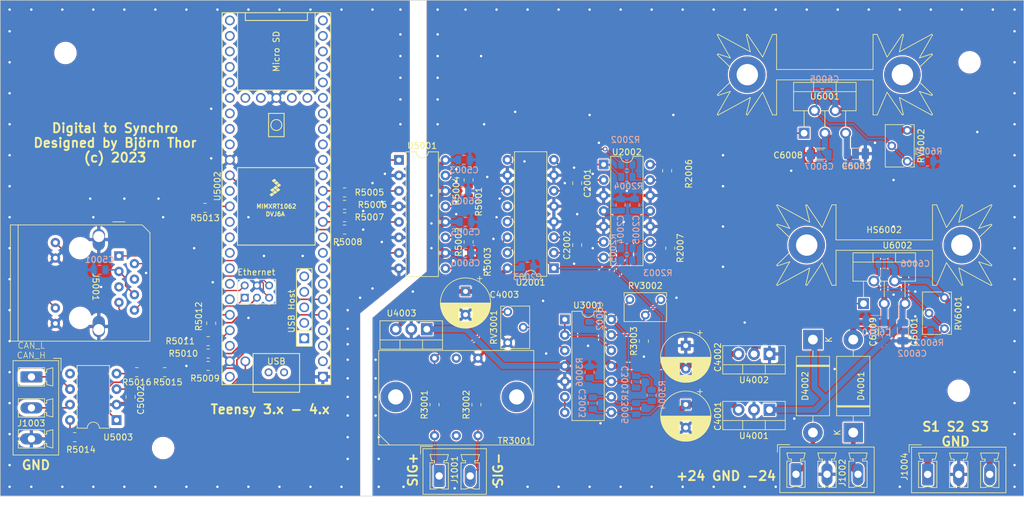
<source format=kicad_pcb>
(kicad_pcb (version 20221018) (generator pcbnew)
  (layers (0 "F.Cu" signal) (31 "B.Cu" signal) (34 "B.Paste" user) (35 "F.Paste" user) (36 "B.SilkS" user "B.Silkscreen") (37 "F.SilkS" user "F.Silkscreen") (38 "B.Mask" user) (39 "F.Mask" user) (44 "Edge.Cuts" user))
  (net 0 "")
  (net 1 "GNDD")
  (net 2 "TX+")
  (net 3 "TX-")
  (net 4 "RX+")
  (net 5 "RX-")
  (net 6 "LED_Y")
  (net 7 "/amp/chA")
  (net 8 "+5V")
  (net 9 "/400hz_input/Ch400Hz")
  (net 10 "/LTC1590/chAout")
  (net 11 "/LTC1590/chBout")
  (net 12 "/400hz_input/Raw400hz+")
  (net 13 "/400hz_input/Raw400hz-")
  (net 14 "GND")
  (net 15 "/LTC1590/CSn")
  (net 16 "/LTC1590/DIN")
  (net 17 "/LTC1590/CLK")
  (net 18 "T_RSTn")
  (net 19 "T_CSn")
  (net 20 "T_MOSI")
  (net 21 "T_SCK")
  (net 22 "+15V")
  (net 23 "-15V")
  (net 24 "Net-(U2001A-RFB_A)")
  (net 25 "+5VD")
  (net 27 "Net-(U2001A-OUT1_A)")
  (net 28 "Net-(U2001B-RFB_B)")
  (net 29 "Net-(U2001B-OUT1_B)")
  (net 30 "Net-(C3001-Pad1)")
  (net 31 "Net-(C5001-Pad1)")
  (net 35 "-24V")
  (net 36 "+24V")
  (net 37 "Net-(U3001C-+)")
  (net 38 "Net-(U2002D--)")
  (net 39 "Net-(R3001-Pad2)")
  (net 40 "Net-(U2002C--)")
  (net 41 "Net-(R5005-Pad1)")
  (net 42 "Net-(R5006-Pad1)")
  (net 43 "Net-(R5007-Pad1)")
  (net 44 "Net-(R5008-Pad1)")
  (net 45 "Net-(U3001D--)")
  (net 48 "Net-(U3001C--)")
  (net 49 "Net-(U5002-3_LRCLK2)")
  (net 50 "Net-(U5002-4_BCLK2)")
  (net 51 "Net-(U5002-23_A9_CRX1_MCLK1)")
  (net 52 "/teensy/CANH")
  (net 53 "Net-(U5002-22_A8_CTX1)")
  (net 54 "Net-(U5002-15_A1_RX3_SPDIF_IN)")
  (net 55 "Net-(U5003-Rs)")
  (net 56 "Net-(U5003-RXD)")
  (net 57 "Net-(U6001--)")
  (net 58 "Net-(U6002--)")
  (net 59 "Net-(U3001A-+)")
  (net 60 "/teensy/CANL")
  (net 61 "/amp/chB")
  (net 63 "Net-(U3001A--)")
  (net 64 "Net-(U3001B--)")
  (net 68 "/LTC1590/CLRn")
  (net 70 "LED_G")
  (net 75 "CANTX")
  (net 81 "CANRX")
  (net 117 "/power/-24")
  (net 118 "/power/+24")
  (footprint "Capacitor_SMD:C_0805_2012Metric" (layer "F.Cu") (at 130.048 116.332 90)
    (fp_text reference "C2002")
    (fp_text value "33p")
  )
  (footprint "Resistor_SMD:R_0805_2012Metric" (layer "F.Cu") (at 112.268 119.38 -90)
    (fp_text reference "R5003")
    (fp_text value "1k")
  )
  (footprint "Package_DIP:DIP-14_W7.62mm" (layer "F.Cu") (at 128.016 128.524)
    (fp_text reference "U3001")
    (fp_text value "LM324A")
  )
  (footprint "Resistor_SMD:R_0805_2012Metric" (layer "F.Cu") (at 140.97 132.08 90)
    (fp_text reference "R3003")
    (fp_text value "10k")
  )
  (footprint "Resistor_SMD:R_0805_2012Metric" (layer "F.Cu") (at 112.268 109.22 -90)
    (fp_text reference "R5001")
    (fp_text value "1k")
  )
  (footprint "MountingHole:MountingHole_3.2mm_M3" (layer "F.Cu") (at 192.532 140.208)
    (fp_text reference "REF**" hide)
    (fp_text value "MountingHole_3.2mm_M3" hide)
  )
  (footprint "Potentiometer_THT:Potentiometer_Bourns_3266W_Vertical" (layer "F.Cu") (at 190.201 130.033 -90)
    (fp_text reference "RV6001")
    (fp_text value "20k" hide)
  )
  (footprint "Resistor_SMD:R_0805_2012Metric" (layer "F.Cu") (at 113.538 142.494 90)
    (fp_text reference "R3002")
    (fp_text value "R")
  )
  (footprint "z_mylib:RJ45_LED_Shield" (layer "F.Cu") (at 54.991 118.11 -90)
    (fp_text reference "J5001")
    (fp_text value "ETH")
  )
  (footprint "Capacitor_SMD:C_0805_2012Metric" (layer "F.Cu") (at 130.048 106.172 -90)
    (fp_text reference "C2001")
    (fp_text value "33p")
  )
  (footprint "Connector_Phoenix_MC_HighVoltage:PhoenixContact_MCV_1,5_3-G-5.08_1x03_P5.08mm_Vertical" (layer "F.Cu") (at 187.452 153.924)
    (fp_text reference "J1004")
    (fp_text value "DTS")
  )
  (footprint "Connector_Phoenix_MC_HighVoltage:PhoenixContact_MCV_1,5_3-G-5.08_1x03_P5.08mm_Vertical" (layer "F.Cu") (at 165.8795 153.9045)
    (fp_text reference "J1002")
    (fp_text value "Power")
  )
  (footprint "Resistor_SMD:R_0805_2012Metric" (layer "F.Cu") (at 144.78 104.14 90)
    (fp_text reference "R2006")
    (fp_text value "20k")
  )
  (footprint "Capacitor_THT:CP_Radial_D8.0mm_P3.80mm" (layer "F.Cu") (at 147.828 142.469349 -90)
    (fp_text reference "C4001")
    (fp_text value "47u")
  )
  (footprint "Potentiometer_THT:Potentiometer_Bourns_3266W_Vertical" (layer "F.Cu") (at 184.105 102.601 -90)
    (fp_text reference "RV6002")
    (fp_text value "20k")
  )
  (footprint "Resistor_SMD:R_0805_2012Metric" (layer "F.Cu") (at 91.948 107.696 180)
    (fp_text reference "R5005")
    (fp_text value "120")
  )
  (footprint "Package_DIP:DIP-14_W7.62mm" (layer "F.Cu") (at 134.376 103.119)
    (fp_text reference "U2002")
    (fp_text value "LM324A")
  )
  (footprint "teensy:Teensy41" (layer "F.Cu") (at 80.772 108.712 90)
    (fp_text reference "U5002")
    (fp_text value "Teensy4.1")
  )
  (footprint "MountingHole:MountingHole_3.2mm_M3" (layer "F.Cu") (at 194.31 86.36)
    (fp_text reference "REF**" hide)
    (fp_text value "MountingHole_3.2mm_M3" hide)
  )
  (footprint "Resistor_SMD:R_0805_2012Metric" (layer "F.Cu") (at 106.68 142.494 90)
    (fp_text reference "R3001")
    (fp_text value "R")
  )
  (footprint "Package_DIP:DIP-16_W7.62mm" (layer "F.Cu") (at 100.848 102.377)
    (fp_text reference "U5001")
    (fp_text value "PC847")
  )
  (footprint "Resistor_SMD:R_0805_2012Metric" (layer "F.Cu") (at 91.948 111.76 180)
    (fp_text reference "R5007")
    (fp_text value "120")
  )
  (footprint "Potentiometer_THT:Potentiometer_Bourns_3266W_Vertical" (layer "F.Cu") (at 143.749 125.267)
    (fp_text reference "RV3002")
    (fp_text value "20k")
  )
  (footprint "Capacitor_SMD:C_1206_3216Metric" (layer "F.Cu") (at 180.34 130.556 90)
    (fp_text reference "C6009")
    (fp_text value "1u")
  )
  (footprint "Capacitor_THT:CP_Radial_D8.0mm_P3.80mm" (layer "F.Cu") (at 111.76 123.927349 -90)
    (fp_text reference "C4003")
    (fp_text value "47u")
  )
  (footprint "Resistor_SMD:R_0805_2012Metric" (layer "F.Cu") (at 69.596 132.08 180)
    (fp_text reference "R5011")
    (fp_text value "0")
  )
  (footprint "Diode_THT:D_DO-201AD_P15.24mm_Horizontal" (layer "F.Cu") (at 175.26 147.066 90)
    (fp_text reference "D4001")
    (fp_text value "1N5400")
  )
  (footprint "Potentiometer_THT:Potentiometer_Bourns_3266W_Vertical" (layer "F.Cu") (at 118.663 127.269 90)
    (fp_text reference "RV3001")
    (fp_text value "20k")
  )
  (footprint "Resistor_SMD:R_0805_2012Metric" (layer "F.Cu") (at 112.268 105.664 90)
    (fp_text reference "R5004")
    (fp_text value "1k")
  )
  (footprint "Resistor_SMD:R_0805_2012Metric" (layer "F.Cu") (at 47.752 147.828 180)
    (fp_text reference "R5014")
    (fp_text value "47k")
  )
  (footprint "Resistor_SMD:R_0805_2012Metric" (layer "F.Cu") (at 69.596 134.112)
    (fp_text reference "R5010")
    (fp_text value "0")
  )
  (footprint "Capacitor_SMD:C_1206_3216Metric" (layer "F.Cu") (at 175.768 101.346)
    (fp_text reference "C6003")
    (fp_text value "1u")
  )
  (footprint "Heatsink:Heatsink_Fischer_SK104-STCB_35x13mm__2xDrill3.5mm_ScrewM3" (layer "F.Cu") (at 180.34 116.332)
    (fp_text reference "HS6002")
    (fp_text value "Heatsink_Pad" hide)
  )
  (footprint "Package_TO_SOT_THT:TO-220-3_Vertical" (layer "F.Cu") (at 161.544 143.327 180)
    (fp_text reference "U4001")
    (fp_text value "LM7815_TO220")
  )
  (footprint "Capacitor_SMD:C_1206_3216Metric" (layer "F.Cu") (at 169.926 101.346)
    (fp_text reference "C6008")
    (fp_text value "1u")
  )
  (footprint "Resistor_SMD:R_0805_2012Metric" (layer "F.Cu") (at 57.912 137.16 180)
    (fp_text reference "R5016")
    (fp_text value "2k2")
  )
  (footprint "Package_TO_SOT_THT:TO-220-3_Vertical" (layer "F.Cu") (at 105.41 130.119 180)
    (fp_text reference "U4003")
    (fp_text value "LM7805_TO220")
  )
  (footprint "MountingHole:MountingHole_3.2mm_M3" (layer "F.Cu") (at 62.23 149.606)
    (fp_text reference "REF**" hide)
    (fp_text value "MountingHole_3.2mm_M3" hide)
  )
  (footprint "Connector_Phoenix_MC_HighVoltage:PhoenixContact_MCV_1,5_3-G-5.08_1x03_P5.08mm_Vertical" (layer "F.Cu") (at 40.6595 137.9395 -90)
    (fp_text reference "J1003")
    (fp_text value "CAN")
  )
  (footprint "Package_DIP:DIP-16_W7.62mm" (layer "F.Cu") (at 126.228 120.127 180)
    (fp_text reference "U2001")
    (fp_text value "LTC1590")
  )
  (footprint "Resistor_SMD:R_0805_2012Metric" (layer "F.Cu") (at 145.288 116.84 -90)
    (fp_text reference "R2007")
    (fp_text value "20k")
  )
  (footprint "Capacitor_SMD:C_0805_2012Metric" (layer "F.Cu") (at 56.896 141.224 -90)
    (fp_text reference "C5002")
    (fp_text value "100n")
  )
  (footprint "z_mylib:Audio_trafo_6_pin" (layer "F.Cu") (at 110.236 141.224)
    (fp_text reference "TR3001")
    (fp_text value "TRANSF5")
  )
  (footprint "Resistor_SMD:R_0805_2012Metric" (layer "F.Cu") (at 69.088 110.236 180)
    (fp_text reference "R5013")
    (fp_text value "120")
  )
  (footprint "Resistor_SMD:R_0805_2012Metric" (layer "F.Cu") (at 70.104 129.1355 -90)
    (fp_text reference "R5012")
    (fp_text value "0")
  )
  (footprint "Package_TO_SOT_THT:TO-220-5_P3.4x3.7mm_StaggerOdd_Lead3.8mm_Vertical" (layer "F.Cu") (at 176.94 125.924)
    (fp_text reference "U6002")
    (fp_text value "LM1875")
  )
  (footprint "Capacitor_THT:CP_Radial_D8.0mm_P3.80mm" (layer "F.Cu") (at 147.828 132.817349 -90)
    (fp_text reference "C4002")
    (fp_text value "47u")
  )
  (footprint "Package_TO_SOT_THT:TO-220-3_Vertical" (layer "F.Cu") (at 161.544 134.183 180)
    (fp_text reference "U4002")
    (fp_text value "LM7915_TO220")
  )
  (footprint "Resistor_SMD:R_0805_2012Metric" (layer "F.Cu") (at 91.948 109.728 180)
    (fp_text reference "R5006")
    (fp_text value "120")
  )
  (footprint "Package_TO_SOT_THT:TO-220-5_P3.4x3.7mm_StaggerOdd_Lead3.8mm_Vertical" (layer "F.Cu") (at 167.21 97.984)
    (fp_text reference "U6001")
    (fp_text value "LM1875")
  )
  (footprint "Diode_THT:D_DO-201AD_P15.24mm_Horizontal" (layer "F.Cu") (at 168.656 131.826 -90)
    (fp_text reference "D4002")
    (fp_text value "1N5400")
  )
  (footprint "Connector_Phoenix_MC_HighVoltage:PhoenixContact_MCV_1,5_2-G-5.08_1x02_P5.08mm_Vertical" (layer "F.Cu") (at 107.442 154.178)
    (fp_text reference "J1001")
    (fp_text value "400Hz")
  )
  (footprint "Resistor_SMD:R_0805_2012Metric" (layer "F.Cu") (at 91.948 113.792 180)
    (fp_text reference "R5008")
    (fp_text value "120")
  )
  (footprint "Resistor_SMD:R_0805_2012Metric" (layer "F.Cu") (at 62.484 137.16 180)
    (fp_text reference "R5015")
    (fp_text value "3k3")
  )
  (footprint "Package_DIP:DIP-8_W7.62mm" (layer "F.Cu") (at 54.6 145.024 180)
    (fp_text reference "U5003")
    (fp_text value "MCP2551-I-P")
  )
  (footprint "Heatsink:Heatsink_Fischer_SK104-STCB_35x13mm__2xDrill3.5mm_ScrewM3" (layer "F.Cu") (at 170.61 88.392)
    (fp_text reference "HS6001" hide)
    (fp_text value "Heatsink_Pad" hide)
  )
  (footprint "MountingHole:MountingHole_3.2mm_M3" (layer "F.Cu") (at 46.228 84.836)
    (fp_text reference "REF**" hide)
    (fp_text value "MountingHole_3.2mm_M3" hide)
  )
  (footprint "Resistor_SMD:R_0805_2012Metric" (layer "F.Cu") (at 112.268 115.824 90)
    (fp_text reference "R5002")
    (fp_text value "1k")
  )
  (footprint "Resistor_SMD:R_0805_2012Metric" (layer "F.Cu") (at 69.596 136.144)
    (fp_text reference "R5009")
    (fp_text value "0")
  )
  (footprint "Capacitor_SMD:C_1206_3216Metric" (layer "F.Cu") (at 183.388 130.556 -90)
    (fp_text reference "C6001")
    (fp_text value "1u")
  )
  (footprint "Capacitor_SMD:C_0805_2012Metric" (layer "B.Cu") (at 132.588 142.24 -90)
    (fp_text reference "C3003")
    (fp_text value "33p")
  )
  (footprint "Capacitor_SMD:C_0805_2012Metric" (layer "B.Cu") (at 170.18 91.44)
    (fp_text reference "C6005")
    (fp_text value "33p")
  )
  (footprint "Resistor_SMD:R_0805_2012Metric" (layer "B.Cu") (at 138.176 116.84)
    (fp_text reference "R2005")
    (fp_text value "10k")
  )
  (footprint "Capacitor_SMD:C_1206_3216Metric" (layer "B.Cu") (at 169.672 101.6)
    (fp_text reference "C6007")
    (fp_text value "1u")
  )
  (footprint "Resistor_SMD:R_0805_2012Metric" (layer "B.Cu") (at 139.7 143.1525 -90)
    (fp_text reference "R3005")
    (fp_text value "10k")
  )
  (footprint "Capacitor_SMD:C_1206_3216Metric" (layer "B.Cu") (at 175.768 101.346)
    (fp_text reference "C6004")
    (fp_text value "1u")
  )
  (footprint "Resistor_SMD:R_0805_2012Metric" (layer "B.Cu") (at 142.24 140.97 -90)
    (fp_text reference "R3004")
    (fp_text value "10k")
  )
  (footprint "Capacitor_SMD:C_0805_2012Metric" (layer "B.Cu") (at 111.76 112.522)
    (fp_text reference "C5005")
    (fp_text value "100n")
  )
  (footprint "Capacitor_SMD:C_0805_2012Metric" (layer "B.Cu") (at 180.34 119.38)
    (fp_text reference "C6006")
    (fp_text value "33p")
  )
  (footprint "Capacitor_SMD:C_0805_2012Metric" (layer "B.Cu") (at 139.446 109.728 -90)
    (fp_text reference "C2005")
    (fp_text value "100n")
  )
  (footprint "Resistor_SMD:R_0805_2012Metric" (layer "B.Cu") (at 138.176 118.872)
    (fp_text reference "R2003")
    (fp_text value "20k")
  )
  (footprint "Capacitor_SMD:C_0805_2012Metric" (layer "B.Cu") (at 111.252 107.442)
    (fp_text reference "C5004")
    (fp_text value "100n")
  )
  (footprint "Capacitor_SMD:C_1206_3216Metric" (layer "B.Cu") (at 178.816 128.778)
    (fp_text reference "C6010")
    (fp_text value "1u")
  )
  (footprint "Capacitor_SMD:C_0805_2012Metric" (layer "B.Cu") (at 121.92 119.888)
    (fp_text reference "C2003")
    (fp_text value "100n")
  )
  (footprint "Resistor_SMD:R_0805_2012Metric" (layer "B.Cu") (at 187.452 102.616 180)
    (fp_text reference "R6001")
    (fp_text value "10k")
  )
  (footprint "Resistor_SMD:R_0805_2012Metric" (layer "B.Cu") (at 187.0475 130.556)
    (fp_text reference "R6002")
    (fp_text value "10k")
  )
  (footprint "Capacitor_SMD:C_0805_2012Metric" (layer "B.Cu") (at 111.76 117.602)
    (fp_text reference "C5006")
    (fp_text value "100n")
  )
  (footprint "Resistor_SMD:R_0805_2012Metric" (layer "B.Cu") (at 138.176 103.124)
    (fp_text reference "R2002")
    (fp_text value "20k")
  )
  (footprint "Capacitor_SMD:C_0805_2012Metric" (layer "B.Cu") (at 111.506 102.362)
    (fp_text reference "C5003")
    (fp_text value "100n")
  )
  (footprint "Capacitor_SMD:C_0805_2012Metric" (layer "B.Cu") (at 137.16 109.728 90)
    (fp_text reference "C2004")
    (fp_text value "100n")
  )
  (footprint "Capacitor_SMD:C_0805_2012Metric" (layer "B.Cu") (at 139.7 138.75 -90)
    (fp_text reference "C3001")
    (fp_text value "4.7n")
  )
  (footprint "Resistor_SMD:R_0805_2012Metric" (layer "B.Cu") (at 138.176 105.156)
    (fp_text reference "R2004")
    (fp_text value "10k")
  )
  (footprint "Capacitor_SMD:C_0805_2012Metric" (layer "B.Cu") (at 132.08 127.95 90)
    (fp_text reference "C3002")
    (fp_text value "33p")
  )
  (footprint "Capacitor_SMD:C_1206_3216Metric" (layer "B.Cu") (at 183.388 130.556 -90)
    (fp_text reference "C6002")
    (fp_text value "1u")
  )
  (footprint "Capacitor_SMD:C_0805_2012Metric" (layer "B.Cu") (at 51.816 120.396 180)
    (fp_text reference "C5001")
    (fp_text value "22p")
  )
  (footprint "Resistor_SMD:R_0805_2012Metric" (layer "B.Cu") (at 132.08 137.16 -90)
    (fp_text reference "R3006")
    (fp_text value "1k")
  )
  (gr_rect (start 35.56 76.2) (end 203.2 157.48) (stroke (width 0.1)) (fill none) (layer "Edge.Cuts"))
  (gr_text "Björn Thor (c) 2023\nDTS board\nPR:A" (at 134.112 86.868) (layer "F.Cu") (effects (font (size 1.5 1.5) (thickness 0.3))))
  (gr_text "SIG+" (at 103.124 153.162 90) (layer "F.SilkS") (effects (font (size 1.5 1.5) (thickness 0.3))))
  (gr_text "+24 GND -24" (at 154.432 154.178) (layer "F.SilkS") (effects (font (size 1.5 1.5) (thickness 0.3))))
  (gr_text "Teensy 3.x - 4.x" (at 79.756 143.256) (layer "F.SilkS") (effects (font (size 1.5 1.5) (thickness 0.3))))
  (gr_text "S1 S2 S3\nGND" (at 192.024 147.32) (layer "F.SilkS") (effects (font (size 1.5 1.5) (thickness 0.3))))
  (gr_text "GND" (at 41.402 152.4) (layer "F.SilkS") (effects (font (size 1.5 1.5) (thickness 0.3))))
  (gr_text "Digital to Synchro\nDesigned by Björn Thor\n(c) 2023" (at 54.356 99.568) (layer "F.SilkS") (effects (font (size 1.5 1.5) (thickness 0.3))))
  (gr_text "SIG-" (at 117.094 153.162 90) (layer "F.SilkS") (effects (font (size 1.5 1.5) (thickness 0.3))))
  (gr_text "CAN_L\nCAN_H" (at 40.64 133.604) (layer "F.SilkS") (effects (font (size 1 1) (thickness 0.1) bold)))
  (segment (start 54.91 142.174) (end 54.6 142.484) (width 0.25) (layer "F.Cu") (net 1))
  (segment (start 56.896 142.174) (end 54.91 142.174) (width 0.25) (layer "F.Cu") (net 1))
  (via (at 91.44 77.724) (size 0.8) (drill 0.4) (layers "F.Cu" "B.Cu") (net 1))
  (via (at 59.436 120.904) (size 0.8) (drill 0.4) (layers "F.Cu" "B.Cu") (net 1))
  (via (at 76.2 111.76) (size 0.8) (drill 0.4) (layers "F.Cu" "B.Cu") (net 1))
  (via (at 45.72 77.724) (size 0.8) (drill 0.4) (layers "F.Cu" "B.Cu") (net 1))
  (via (at 92.456 151.384) (size 0.8) (drill 0.4) (layers "F.Cu" "B.Cu") (net 1))
  (via (at 98.552 104.648) (size 0.8) (drill 0.4) (layers "F.Cu" "B.Cu") (net 1))
  (via (at 70.104 93.98) (size 0.8) (drill 0.4) (layers "F.Cu" "B.Cu") (net 1))
  (via (at 71.12 155.956) (size 0.8) (drill 0.4) (layers "F.Cu" "B.Cu") (net 1))
  (via (at 94.996 113.792) (size 0.8) (drill 0.4) (layers "F.Cu" "B.Cu") (net 1))
  (via (at 37.084 86.36) (size 0.8) (drill 0.4) (layers "F.Cu" "B.Cu") (net 1))
  (via (at 92.456 132.588) (size 0.8) (drill 0.4) (layers "F.Cu" "B.Cu") (net 1))
  (via (at 67.31 116.84) (size 0.8) (drill 0.4) (layers "F.Cu" "B.Cu") (net 1))
  (via (at 62.23 111.76) (size 0.8) (drill 0.4) (layers "F.Cu" "B.Cu") (net 1))
  (via (at 37.084 96.52) (size 0.8) (drill 0.4) (layers "F.Cu" "B.Cu") (net 1))
  (via (at 96.52 77.724) (size 0.8) (drill 0.4) (layers "F.Cu" "B.Cu") (net 1))
  (via (at 37.084 116.84) (size 0.8) (drill 0.4) (layers "F.Cu" "B.Cu") (net 1))
  (via (at 92.456 135.128) (size 0.8) (drill 0.4) (layers "F.Cu" "B.Cu") (net 1))
  (via (at 85.09 118.11) (size 0.8) (drill 0.4) (layers "F.Cu" "B.Cu") (net 1))
  (via (at 101.092 85.344) (size 0.8) (drill 0.4) (layers "F.Cu" "B.Cu") (net 1))
  (via (at 60.96 77.724) (size 0.8) (drill 0.4) (layers "F.Cu" "B.Cu") (net 1))
  (via (at 101.092 96.52) (size 0.8) (drill 0.4) (layers "F.Cu" "B.Cu") (net 1))
  (via (at 50.8 77.724) (size 0.8) (drill 0.4) (layers "F.Cu" "B.Cu") (net 1))
  (via (at 37.084 101.6) (size 0.8) (drill 0.4) (layers "F.Cu" "B.Cu") (net 1))
  (via (at 98.044 109.22) (size 0.8) (drill 0.4) (layers "F.Cu" "B.Cu") (net 1))
  (via (at 76.2 155.956) (size 0.8) (drill 0.4) (layers "F.Cu" "B.Cu") (net 1))
  (via (at 55.88 77.724) (size 0.8) (drill 0.4) (layers "F.Cu" "B.Cu") (net 1))
  (via (at 37.084 91.44) (size 0.8) (drill 0.4) (layers "F.Cu" "B.Cu") (net 1))
  (via (at 96.52 123.444) (size 0.8) (drill 0.4) (layers "F.Cu" "B.Cu") (net 1))
  (via (at 101.092 88.9) (size 0.8) (drill 0.4) (layers "F.Cu" "B.Cu") (net 1))
  (via (at 37.084 121.92) (size 0.8) (drill 0.4) (layers "F.Cu" "B.Cu") (net 1))
  (via (at 71.12 77.724) (size 0.8) (drill 0.4) (layers "F.Cu" "B.Cu") (net 1))
  (via (at 61.468 108.712) (size 0.8) (drill 0.4) (layers "F.Cu" "B.Cu") (net 1))
  (via (at 92.456 147.828) (size 0.8) (drill 0.4) (layers "F.Cu" "B.Cu") (net 1))
  (via (at 66.04 77.724) (size 0.8) (drill 0.4) (layers "F.Cu" "B.Cu") (net 1))
  (via (at 101.092 81.788) (size 0.8) (drill 0.4) (layers "F.Cu" "B.Cu") (net 1))
  (via (at 96.52 106.172) (size 0.8) (drill 0.4) (layers "F.Cu" "B.Cu") (net 1))
  (via (at 37.084 142.24) (size 0.8) (drill 0.4) (layers "F.Cu" "B.Cu") (net 1))
  (via (at 50.8 155.956) (size 0.8) (drill 0.4) (layers "F.Cu" "B.Cu") (net 1))
  (via (at 37.084 147.32) (size 0.8) (drill 0.4) (layers "F.Cu" "B.Cu") (net 1))
  (via (at 45.72 155.956) (size 0.8) (drill 0.4) (layers "F.Cu" "B.Cu") (net 1))
  (via (at 55.88 155.956) (size 0.8) (drill 0.4) (layers "F.Cu" "B.Cu") (net 1))
  (via (at 40.64 77.724) (size 0.8) (drill 0.4) (layers "F.Cu" "B.Cu") (net 1))
  (via (at 40.64 155.956) (size 0.8) (drill 0.4) (layers "F.Cu" "B.Cu") (net 1))
  (via (at 92.456 130.048) (size 0.8) (drill 0.4) (layers "F.Cu" "B.Cu") (net 1))
  (via (at 92.456 141.224) (size 0.8) (drill 0.4) (layers "F.Cu" "B.Cu") (net 1))
  (via (at 76.2 77.724) (size 0.8) (drill 0.4) (layers "F.Cu" "B.Cu") (net 1))
  (via (at 52.07 123.19) (size 0.8) (drill 0.4) (layers "F.Cu" "B.Cu") (net 1))
  (via (at 92.456 144.272) (size 0.8) (drill 0.4) (layers "F.Cu" "B.Cu") (net 1))
  (via (at 98.044 115.824) (size 0.8) (drill 0.4) (layers "F.Cu" "B.Cu") (net 1))
  (via (at 60.96 155.956) (size 0.8) (drill 0.4) (layers "F.Cu" "B.Cu") (net 1))
  (via (at 37.084 77.724) (size 0.8) (drill 0.4) (layers "F.Cu" "B.Cu") (net 1))
  (via (at 81.28 155.956) (size 0.8) (drill 0.4) (layers "F.Cu" "B.Cu") (net 1))
  (via (at 66.04 136.144) (size 0.8) (drill 0.4) (layers "F.Cu" "B.Cu") (net 1))
  (via (at 50.8 111.76) (size 0.8) (drill 0.4) (layers "F.Cu" "B.Cu") (net 1))
  (via (at 78.74 118.11) (size 0.8) (drill 0.4) (layers "F.Cu" "B.Cu") (net 1))
  (via (at 66.04 131.572) (size 0.8) (drill 0.4) (layers "F.Cu" "B.Cu") (net 1))
  (via (at 70.104 102.108) (size 0.8) (drill 0.4) (layers "F.Cu" "B.Cu") (net 1))
  (via (at 86.36 77.724) (size 0.8) (drill 0.4) (layers "F.Cu" "B.Cu") (net 1))
  (via (at 86.36 155.956) (size 0.8) (drill 0.4) (layers "F.Cu" "B.Cu") (net 1))
  (via (at 37.084 132.08) (size 0.8) (drill 0.4) (layers "F.Cu" "B.Cu") (net 1))
  (via (at 37.084 127) (size 0.8) (drill 0.4) (layers "F.Cu" "B.Cu") (net 1))
  (via (at 94.488 124.968) (size 0.8) (drill 0.4) (layers "F.Cu" "B.Cu") (net 1))
  (via (at 81.28 77.724) (size 0.8) (drill 0.4) (layers "F.Cu" "B.Cu") (net 1))
  (via (at 50.292 108.712) (size 0.8) (drill 0.4) (layers "F.Cu" "B.Cu") (net 1))
  (via (at 92.456 127) (size 0.8) (drill 0.4) (layers "F.Cu" "B.Cu") (net 1))
  (via (at 76.2 128.27) (size 0.8) (drill 0.4) (layers "F.Cu" "B.Cu") (net 1))
  (via (at 37.084 111.76) (size 0.8) (drill 0.4) (layers "F.Cu" "B.Cu") (net 1))
  (via (at 66.04 155.956) (size 0.8) (drill 0.4) (layers "F.Cu" "B.Cu") (net 1))
  (via (at 90.932 116.332) (size 0.8) (drill 0.4) (layers "F.Cu" "B.Cu") (net 1))
  (via (at 37.084 137.16) (size 0.8) (drill 0.4) (layers "F.Cu" "B.Cu") (net 1))
  (via (at 37.084 106.68) (size 0.8) (drill 0.4) (layers "F.Cu" "B.Cu") (net 1))
  (via (at 37.084 152.4) (size 0.8) (drill 0.4) (layers "F.Cu" "B.Cu") (net 1))
  (via (at 37.084 81.28) (size 0.8) (drill 0.4) (layers "F.Cu" "B.Cu") (net 1))
  (via (at 101.092 77.724) (size 0.8) (drill 0.4) (layers "F.Cu" "B.Cu") (net 1))
  (via (at 101.092 92.456) (size 0.8) (drill 0.4) (layers "F.Cu" "B.Cu") (net 1))
  (via (at 55.88 108.712) (size 0.8) (drill 0.4) (layers "F.Cu" "B.Cu") (net 1))
  (via (at 70.358 122.428) (size 0.8) (drill 0.4) (layers "F.Cu" "B.Cu") (net 1))
  (via (at 37.084 155.956) (size 0.8) (drill 0.4) (layers "F.Cu" "B.Cu") (net 1))
  (via (at 91.44 155.956) (size 0.8) (drill 0.4) (layers "F.Cu" "B.Cu") (net 1))
  (via (at 94.996 110.744) (size 0.8) (drill 0.4) (layers "F.Cu" "B.Cu") (net 1))
  (via (at 92.456 138.176) (size 0.8) (drill 0.4) (layers "F.Cu" "B.Cu") (net 1))
  (segment (start 79.5904 122.952) (end 75.5104 118.872) (width 0.2) (layer "F.Cu") (net 2))
  (segment (start 59.436 118.872) (end 58.674 118.11) (width 0.2) (layer "F.Cu") (net 2))
  (segment (start 58.674 118.11) (end 54.991 118.11) (width 0.2) (layer "F.Cu") (net 2))
  (segment (start 75.5104 118.872) (end 59.436 118.872) (width 0.2) (layer "F.Cu") (net 2))
  (segment (start 78.640889 124.002489) (end 79.5904 124.952) (width 0.2) (layer "F.Cu") (net 3))
  (segment (start 63.13 120.033539) (end 63.13 119.68) (width 0.2) (layer "F.Cu") (net 3))
  (segment (start 69.596 119.38) (end 71.628 121.412) (width 0.2) (layer "F.Cu") (net 3))
  (segment (start 57.531 119.38) (end 62.23 119.38) (width 0.2) (layer "F.Cu") (net 3))
  (segment (start 71.628 121.412) (end 77.485394 121.412) (width 0.2) (layer "F.Cu") (net 3))
  (segment (start 63.43 119.38) (end 66.071251 119.38) (width 0.2) (layer "F.Cu") (net 3))
  (segment (start 77.485394 121.412) (end 78.640889 122.567495) (width 0.2) (layer "F.Cu") (net 3))
  (segment (start 78.640889 122.567495) (end 78.640889 124.002489) (width 0.2) (layer "F.Cu") (net 3))
  (segment (start 66.071251 119.38) (end 69.596 119.38) (width 0.2) (layer "F.Cu") (net 3))
  (segment (start 62.53 119.68) (end 62.53 120.033539) (width 0.2) (layer "F.Cu") (net 3))
  (arc (start 63.13 119.68) (mid 63.217868 119.467868) (end 63.43 119.38) (width 0.2) (layer "F.Cu") (net 3))
  (arc (start 62.23 119.38) (mid 62.442132 119.467868) (end 62.53 119.68) (width 0.2) (layer "F.Cu") (net 3))
  (arc (start 62.83 120.333539) (mid 63.042132 120.245671) (end 63.13 120.033539) (width 0.2) (layer "F.Cu") (net 3))
  (arc (start 62.53 120.033539) (mid 62.617868 120.245671) (end 62.83 120.333539) (width 0.2) (layer "F.Cu") (net 3))
  (segment (start 61.130489 126.321511) (end 74.220889 126.321511) (width 0.2) (layer "F.Cu") (net 4))
  (segment (start 58.928 128.524) (end 61.130489 126.321511) (width 0.2) (layer "F.Cu") (net 4))
  (segment (start 74.220889 126.321511) (end 75.5904 124.952) (width 0.2) (layer "F.Cu") (net 4))
  (segment (start 56.70737 128.524) (end 58.928 128.524) (width 0.2) (layer "F.Cu") (net 4))
  (segment (start 54.991 126.80763) (end 56.70737 128.524) (width 0.2) (layer "F.Cu") (net 4))
  (segment (start 54.991 125.73) (end 54.991 126.80763) (width 0.2) (layer "F.Cu") (net 4))
  (segment (start 67.352542 123.781511) (end 74.760889 123.781511) (width 0.2) (layer "F.Cu") (net 5))
  (segment (start 65 123.232514) (end 65 123.781511) (width 0.2) (layer "F.Cu") (net 5))
  (segment (start 63.8 124.081511) (end 63.8 124.330508) (width 0.2) (layer "F.Cu") (net 5))
  (segment (start 64.4 124.330508) (end 64.4 124.081511) (width 0.2) (layer "F.Cu") (net 5))
  (segment (start 74.760889 123.781511) (end 75.5904 122.952) (width 0.2) (layer "F.Cu") (net 5))
  (segment (start 60.749489 123.781511) (end 63.5 123.781511) (width 0.2) (layer "F.Cu") (net 5))
  (segment (start 57.531 127) (end 60.749489 123.781511) (width 0.2) (layer "F.Cu") (net 5))
  (segment (start 65.9 123.781511) (end 67.352542 123.781511) (width 0.2) (layer "F.Cu") (net 5))
  (segment (start 64.4 124.081511) (end 64.4 123.232514) (width 0.2) (layer "F.Cu") (net 5))
  (segment (start 65.6 124.330484) (end 65.6 124.081511) (width 0.2) (layer "F.Cu") (net 5))
  (segment (start 65 123.781511) (end 65 124.330484) (width 0.2) (layer "F.Cu") (net 5))
  (arc (start 63.5 123.781511) (mid 63.712132 123.869379) (end 63.8 124.081511) (width 0.2) (layer "F.Cu") (net 5))
  (arc (start 65.6 124.081511) (mid 65.687868 123.869379) (end 65.9 123.781511) (width 0.2) (layer "F.Cu") (net 5))
  (arc (start 65 124.330484) (mid 65.087868 124.542616) (end 65.3 124.630484) (width 0.2) (layer "F.Cu") (net 5))
  (arc (start 64.1 124.630508) (mid 64.312132 124.54264) (end 64.4 124.330508) (width 0.2) (layer "F.Cu") (net 5))
  (arc (start 64.7 122.932514) (mid 64.912132 123.020382) (end 65 123.232514) (width 0.2) (layer "F.Cu") (net 5))
  (arc (start 64.4 123.232514) (mid 64.487868 123.020382) (end 64.7 122.932514) (width 0.2) (layer "F.Cu") (net 5))
  (arc (start 65.3 124.630484) (mid 65.512132 124.542616) (end 65.6 124.330484) (width 0.2) (layer "F.Cu") (net 5))
  (arc (start 63.8 124.330508) (mid 63.887868 124.54264) (end 64.1 124.630508) (width 0.2) (layer "F.Cu") (net 5))
  (segment (start 46.736 118.08) (end 44.581 115.925) (width 0.25) (layer "F.Cu") (net 6))
  (segment (start 73.48238 129.06002) (end 54.89202 129.06002) (width 0.25) (layer "F.Cu") (net 6))
  (segment (start 46.736 120.904) (end 46.736 118.08) (width 0.25) (layer "F.Cu") (net 6))
  (segment (start 54.89202 129.06002) (end 46.736 120.904) (width 0.25) (layer "F.Cu") (net 6))
  (segment (start 77.5904 124.952) (end 73.48238 129.06002) (width 0.25) (layer "F.Cu") (net 6))
  (segment (start 197.612 148.854) (end 197.612 153.924) (width 1) (layer "F.Cu") (net 7))
  (segment (start 178.801 97.521) (end 190.709 97.521) (width 1) (layer "F.Cu") (net 7))
  (segment (start 197.866 148.6) (end 197.612 148.854) (width 1) (layer "F.Cu") (net 7))
  (segment (start 197.866 104.678) (end 197.866 148.6) (width 1) (layer "F.Cu") (net 7))
  (segment (start 175.564 94.284) (end 178.801 97.521) (width 1) (layer "F.Cu") (net 7))
  (segment (start 172.31 94.284) (end 175.564 94.284) (width 1) (layer "F.Cu") (net 7))
  (segment (start 190.709 97.521) (end 197.866 104.678) (width 1) (layer "F.Cu") (net 7))
  (segment (start 172.31 94.284) (end 172.31 92.62) (width 1) (layer "B.Cu") (net 7))
  (segment (start 172.31 92.62) (end 171.13 91.44) (width 1) (layer "B.Cu") (net 7))
  (segment (start 100.33 130.119) (end 106.968 123.481) (width 0.75) (layer "F.Cu") (net 8))
  (segment (start 111.76 123.927349) (end 114.807651 123.927349) (width 0.75) (layer "F.Cu") (net 8))
  (segment (start 106.968 119.117) (end 108.468 117.617) (width 0.75) (layer "F.Cu") (net 8))
  (segment (start 108.468 107.457) (end 107.093 106.082) (width 0.75) (layer "F.Cu") (net 8))
  (segment (start 114.807651 123.927349) (end 118.608 120.127) (width 0.75) (layer "F.Cu") (net 8))
  (segment (start 108.468 117.617) (end 107.093 116.242) (width 0.75) (layer "F.Cu") (net 8))
  (segment (start 107.093 108.832) (end 108.468 107.457) (width 0.75) (layer "F.Cu") (net 8))
  (segment (start 107.093 106.082) (end 107.093 103.752) (width 0.75) (layer "F.Cu") (net 8))
  (segment (start 107.093 113.912) (end 108.468 112.537) (width 0.75) (layer "F.Cu") (net 8))
  (segment (start 108.468 112.537) (end 107.093 111.162) (width 0.75) (layer "F.Cu") (net 8))
  (segment (start 107.093 116.242) (end 107.093 113.912) (width 0.75) (layer "F.Cu") (net 8))
  (segment (start 107.414349 123.927349) (end 111.76 123.927349) (width 0.75) (layer "F.Cu") (net 8))
  (segment (start 107.093 103.752) (end 108.468 102.377) (width 0.75) (layer "F.Cu") (net 8))
  (segment (start 106.968 123.481) (end 106.968 119.117) (width 0.75) (layer "F.Cu") (net 8))
  (segment (start 107.093 111.162) (end 107.093 108.832) (width 0.75) (layer "F.Cu") (net 8))
  (segment (start 106.968 123.481) (end 107.414349 123.927349) (width 0.75) (layer "F.Cu") (net 8))
  (segment (start 110.795 112.537) (end 110.81 112.522) (width 0.75) (layer "B.Cu") (net 8))
  (segment (start 108.468 102.377) (end 110.541 102.377) (width 0.75) (layer "B.Cu") (net 8))
  (segment (start 108.468 107.457) (end 110.287 107.457) (width 0.75) (layer "B.Cu") (net 8))
  (segment (start 110.541 102.377) (end 110.556 102.362) (width 0.75) (layer "B.Cu") (net 8))
  (segment (start 110.795 117.617) (end 110.81 117.602) (width 0.75) (layer "B.Cu") (net 8))
  (segment (start 108.468 112.537) (end 110.795 112.537) (width 0.75) (layer "B.Cu") (net 8))
  (segment (start 120.731 120.127) (end 120.97 119.888) (width 1) (layer "B.Cu") (net 8))
  (segment (start 110.287 107.457) (end 110.302 107.442) (width 0.75) (layer "B.Cu") (net 8))
  (segment (start 118.608 120.127) (end 120.731 120.127) (width 1) (layer "B.Cu") (net 8))
  (segment (start 108.468 117.617) (end 110.795 117.617) (width 0.75) (layer "B.Cu") (net 8))
  (segment (start 120.33752 104.08152) (end 122.428 106.172) (width 0.25) (layer "F.Cu") (net 9))
  (segment (start 134.62 100.584) (end 120.371 100.584) (width 0.25) (layer "F.Cu") (net 9))
  (segment (start 120.33752 104.07652) (end 120.33752 104.08152) (width 0.25) (layer "F.Cu") (net 9))
  (segment (start 120.371 100.584) (end 118.608 102.347) (width 0.25) (layer "F.Cu") (net 9))
  (segment (start 122.428 116.327) (end 126.228 120.127) (width 0.25) (layer "F.Cu") (net 9))
  (segment (start 118.608 102.347) (end 120.33752 104.07652) (width 0.25) (layer "F.Cu") (net 9))
  (segment (start 122.428 106.172) (end 122.428 116.327) (width 0.25) (layer "F.Cu") (net 9))
  (via (at 134.62 100.584) (size 0.8) (drill 0.4) (layers "F.Cu" "B.Cu") (net 9))
  (segment (start 139.7 144.065) (end 141.939 144.065) (width 0.25) (layer "B.Cu") (net 9))
  (segment (start 135.636 143.764) (end 133.162 143.764) (width 0.25) (layer "B.Cu") (net 9))
  (segment (start 137.2635 118.872) (end 136.19575 119.93975) (width 0.25) (layer "B.Cu") (net 9))
  (segment (start 134.7235 100.584) (end 134.62 100.584) (width 0.25) (layer "B.Cu") (net 9))
  (segment (start 136.0085 120.127) (end 126.228 120.127) (width 0.25) (layer "B.Cu") (net 9))
  (segment (start 133.162 143.764) (end 132.588 143.19) (width 0.25) (layer "B.Cu") (net 9))
  (segment (start 144.018 141.986) (end 144.018 128.1365) (width 0.25) (layer "B.Cu") (net 9))
  (segment (start 137.2635 103.124) (end 134.7235 100.584) (width 0.25) (layer "B.Cu") (net 9))
  (segment (start 135.636 143.764) (end 139.399 143.764) (width 0.25) (layer "B.Cu") (net 9))
  (segment (start 136.19575 119.93975) (end 136.0085 120.127) (width 0.25) (layer "B.Cu") (net 9))
  (segment (start 139.399 143.764) (end 139.7 144.065) (width 0.25) (layer "B.Cu") (net 9))
  (segment (start 141.939 144.065) (end 144.018 141.986) (width 0.25) (layer "B.Cu") (net 9))
  (segment (start 144.018 128.1365) (end 136.0085 120.127) (width 0.25) (layer "B.Cu") (net 9))
  (segment (start 144.6715 103.119) (end 144.78 103.2275) (width 0.25) (layer "F.Cu") (net 10))
  (segment (start 150.0235 97.984) (end 167.21 97.984) (width 0.25) (layer "F.Cu") (net 10))
  (segment (start 141.996 103.119) (end 144.6715 103.119) (width 0.25) (layer "F.Cu") (net 10))
  (segment (start 144.78 103.2275) (end 150.0235 97.984) (width 0.25) (layer "F.Cu") (net 10))
  (segment (start 153.4595 125.924) (end 176.94 125.924) (width 0.25) (layer "F.Cu") (net 11))
  (segment (start 144.6815 118.359) (end 145.288 117.7525) (width 0.25) (layer "F.Cu") (net 11))
  (segment (start 145.288 117.7525) (end 153.4595 125.924) (width 0.25) (layer "F.Cu") (net 11))
  (segment (start 141.996 118.359) (end 144.6815 118.359) (width 0.25) (layer "F.Cu") (net 11))
  (segment (start 106.68 147.574) (end 106.68 143.4065) (width 0.2) (layer "F.Cu") (net 12))
  (segment (start 107.259 143.835) (end 107.188 143.764) (width 0.2) (layer "F.Cu") (net 12))
  (segment (start 107.188 147.32) (end 106.68 147.828) (width 0.2) (layer "F.Cu") (net 12))
  (segment (start 106.68 147.828) (end 106.68 153.379) (width 0.2) (layer "B.Cu") (net 12))
  (segment (start 106.68 153.379) (end 107.4595 154.1585) (width 0.2) (layer "B.Cu") (net 12))
  (segment (start 113.792 147.574) (end 113.792 143.6605) (width 0.2) (layer "F.Cu") (net 13))
  (segment (start 113.792 143.6605) (end 113.538 143.4065) (width 0.2) (layer "F.Cu") (net 13))
  (segment (start 114.3 147.32) (end 113.792 147.828) (width 0.2) (layer "F.Cu") (net 13))
  (segment (start 113.792 152.906) (end 112.5395 154.1585) (width 0.2) (layer "B.Cu") (net 13))
  (segment (start 113.792 147.828) (end 113.792 152.906) (width 0.2) (layer "B.Cu") (net 13))
  (via (at 107.188 85.344) (size 0.8) (drill 0.4) (layers "F.Cu" "B.Cu") (net 14))
  (via (at 97.536 151.384) (size 0.8) (drill 0.4) (layers "F.Cu" "B.Cu") (net 14))
  (via (at 165.608 144.78) (size 0.8) (drill 0.4) (layers "F.Cu" "B.Cu") (net 14))
  (via (at 201.676 155.956) (size 0.8) (drill 0.4) (layers "F.Cu" "B.Cu") (net 14))
  (via (at 110.236 103.886) (size 0.8) (drill 0.4) (layers "F.Cu" "B.Cu") (net 14))
  (via (at 110.236 109.22) (size 0.8) (drill 0.4) (layers "F.Cu" "B.Cu") (net 14))
  (via (at 132.08 94.996) (size 0.8) (drill 0.4) (layers "F.Cu" "B.Cu") (net 14))
  (via (at 201.676 106.68) (size 0.8) (drill 0.4) (layers "F.Cu" "B.Cu") (net 14))
  (via (at 132.08 77.724) (size 0.8) (drill 0.4) (layers "F.Cu" "B.Cu") (net 14))
  (via (at 110.236 111.252) (size 0.8) (drill 0.4) (layers "F.Cu" "B.Cu") (net 14))
  (via (at 116.84 77.724) (size 0.8) (drill 0.4) (layers "F.Cu" "B.Cu") (net 14))
  (via (at 165.1 104.14) (size 0.8) (drill 0.4) (layers "F.Cu" "B.Cu") (net 14))
  (via (at 177.8 77.724) (size 0.8) (drill 0.4) (layers "F.Cu" "B.Cu") (net 14))
  (via (at 133.604 99.568) (size 0.8) (drill 0.4) (layers "F.Cu" "B.Cu") (net 14))
  (via (at 201.676 81.28) (size 0.8) (drill 0.4) (layers "F.Cu" "B.Cu") (net 14))
  (via (at 97.028 138.176) (size 0.8) (drill 0.4) (layers "F.Cu" "B.Cu") (net 14))
  (via (at 193.04 77.724) (size 0.8) (drill 0.4) (layers "F.Cu" "B.Cu") (net 14))
  (via (at 177.546 130.81) (size 0.8) (drill 0.4) (layers "F.Cu" "B.Cu") (net 14))
  (via (at 172.72 77.724) (size 0.8) (drill 0.4) (layers "F.Cu" "B.Cu") (net 14))
  (via (at 132.588 116.84) (size 0.8) (drill 0.4) (layers "F.Cu" "B.Cu") (net 14))
  (via (at 140.97 134.62) (size 0.8) (drill 0.4) (layers "F.Cu" "B.Cu") (net 14))
  (via (at 167.64 77.724) (size 0.8) (drill 0.4) (layers "F.Cu" "B.Cu") (net 14))
  (via (at 137.668 112.522) (size 0.8) (drill 0.4) (layers "F.Cu" "B.Cu") (net 14))
  (via (at 97.536 155.956) (size 0.8) (drill 0.4) (layers "F.Cu" "B.Cu") (net 14))
  (via (at 132.588 104.648) (size 0.8) (drill 0.4) (layers "F.Cu" "B.Cu") (net 14))
  (via (at 97.028 144.272) (size 0.8) (drill 0.4) (layers "F.Cu" "B.Cu") (net 14))
  (via (at 103.124 123.952) (size 0.8) (drill 0.4) (layers "F.Cu" "B.Cu") (net 14))
  (via (at 127 155.956) (size 0.8) (drill 0.4) (layers "F.Cu" "B.Cu") (net 14))
  (via (at 195.58 97.79) (size 0.8) (drill 0.4) (layers "F.Cu" "B.Cu") (net 14))
  (via (at 181.864 124.46) (size 0.8) (drill 0.4) (layers "F.Cu" "B.Cu") (net 14))
  (via (at 153.924 101.6) (size 0.8) (drill 0.4) (layers "F.Cu" "B.Cu") (net 14))
  (via (at 142.24 155.956) (size 0.8) (drill 0.4) (layers "F.Cu" "B.Cu") (net 14))
  (via (at 182.88 155.956) (size 0.8) (drill 0.4) (layers "F.Cu" "B.Cu") (net 14))
  (via (at 147.32 155.956) (size 0.8) (drill 0.4) (layers "F.Cu" "B.Cu") (net 14))
  (via (at 121.412 102.616) (size 0.8) (drill 0.4) (layers "F.Cu" "B.Cu") (net 14))
  (via (at 107.188 88.9) (size 0.8) (drill 0.4) (layers "F.Cu" "B.Cu") (net 14))
  (via (at 172.212 136.652) (size 0.8) (drill 0.4) (layers "F.Cu" "B.Cu") (net 14))
  (via (at 137.16 155.956) (size 0.8) (drill 0.4) (layers "F.Cu" "B.Cu") (net 14))
  (via (at 132.08 155.956) (size 0.8) (drill 0.4) (layers "F.Cu" "B.Cu") (net 14))
  (via (at 116.84 111.76) (size 0.8) (drill 0.4) (layers "F.Cu" "B.Cu") (net 14))
  (via (at 157.48 77.724) (size 0.8) (drill 0.4) (layers "F.Cu" "B.Cu") (net 14))
  (via (at 147.32 77.724) (size 0.8) (drill 0.4) (layers "F.Cu" "B.Cu") (net 14))
  (via (at 181.864 105.664) (size 0.8) (drill 0.4) (layers "F.Cu" "B.Cu") (net 14))
  (via (at 106.172 112.776) (size 0.8) (drill 0.4) (layers "F.Cu" "B.Cu") (net 14))
  (via (at 107.188 77.724) (size 0.8) (drill 0.4) (layers "F.Cu" "B.Cu") (net 14))
  (via (at 107.188 92.456) (size 0.8) (drill 0.4) (layers "F.Cu" "B.Cu") (net 14))
  (via (at 127 77.724) (size 0.8) (drill 0.4) (layers "F.Cu" "B.Cu") (net 14))
  (via (at 129.54 103.632) (size 0.8) (drill 0.4) (layers "F.Cu" "B.Cu") (net 14))
  (via (at 145.796 94.996) (size 0.8) (drill 0.4) (layers "F.Cu" "B.Cu") (net 14))
  (via (at 110.236 105.918) (size 0.8) (drill 0.4) (layers "F.Cu" "B.Cu") (net 14))
  (via (at 182.88 77.724) (size 0.8) (drill 0.4) (layers "F.Cu" "B.Cu") (net 14))
  (via (at 153.924 119.888) (size 0.8) (drill 0.4) (layers "F.Cu" "B.Cu") (net 14))
  (via (at 109.982 156.21) (size 0.8) (drill 0.4) (layers "F.Cu" "B.Cu") (net 14))
  (via (at 187.96 77.724) (size 0.8) (drill 0.4) (layers "F.Cu" "B.Cu") (net 14))
  (via (at 201.676 116.84) (size 0.8) (drill 0.4) (layers "F.Cu" "B.Cu") (net 14))
  (via (at 109.728 118.872) (size 0.8) (drill 0.4) (layers "F.Cu" "B.Cu") (net 14))
  (via (at 201.676 86.36) (size 0.8) (drill 0.4) (layers "F.Cu" "B.Cu") (net 14))
  (via (at 116.332 115.316) (size 0.8) (drill 0.4) (layers "F.Cu" "B.Cu") (net 14))
  (via (at 119.888 94.488) (size 0.8) (drill 0.4) (layers "F.Cu" "B.Cu") (net 14))
  (via (at 97.536 147.828) (size 0.8) (drill 0.4) (layers "F.Cu" "B.Cu") (net 14))
  (via (at 181.864 113.284) (size 0.8) (drill 0.4) (layers "F.Cu" "B.Cu") (net 14))
  (via (at 124.968 134.112) (size 0.8) (drill 0.4) (layers "F.Cu" "B.Cu") (net 14))
  (via (at 97.028 135.128) (size 0.8) (drill 0.4) (layers "F.Cu" "B.Cu") (net 14))
  (via (at 162.56 77.724) (size 0.8) (drill 0.4) (layers "F.Cu" "B.Cu") (net 14))
  (via (at 116.84 155.956) (size 0.8) (drill 0.4) (layers "F.Cu" "B.Cu") (net 14))
  (via (at 201.676 111.76) (size 0.8) (drill 0.4) (layers "F.Cu" "B.Cu") (net 14))
  (via (at 201.676 91.44) (size 0.8) (drill 0.4) (layers "F.Cu" "B.Cu") (net 14))
  (via (at 131.826 132.842) (size 0.8) (drill 0.4) (layers "F.Cu" "B.Cu") (net 14))
  (via (at 138.176 107.442) (size 0.8) (drill 0.4) (layers "F.Cu" "B.Cu") (net 14))
  (via (at 107.188 81.788) (size 0.8) (drill 0.4) (layers "F.Cu" "B.Cu") (net 14))
  (via (at 107.188 96.52) (size 0.8) (drill 0.4) (layers "F.Cu" "B.Cu") (net 14))
  (via (at 128.016 106.172) (size 0.8) (drill 0.4) (layers "F.Cu" "B.Cu") (net 14))
  (via (at 201.676 121.92) (size 0.8) (drill 0.4) (layers "F.Cu" "B.Cu") (net 14))
  (via (at 153.924 113.284) (size 0.8) (drill 0.4) (layers "F.Cu" "B.Cu") (net 14))
  (via (at 178.816 99.568) (size 0.8) (drill 0.4) (layers "F.Cu" "B.Cu") (net 14))
  (via (at 201.676 152.4) (size 0.8) (drill 0.4) (layers "F.Cu" "B.Cu") (net 14))
  (via (at 162.56 155.956) (size 0.8) (drill 0.4) (layers "F.Cu" "B.Cu") (net 14))
  (via (at 201.676 101.6) (size 0.8) (drill 0.4) (layers "F.Cu" "B.Cu") (net 14))
  (via (at 152.4 77.724) (size 0.8) (drill 0.4) (layers "F.Cu" "B.Cu") (net 14))
  (via (at 106.172 108.204) (size 0.8) (drill 0.4) (layers "F.Cu" "B.Cu") (net 14))
  (via (at 201.676 96.52) (size 0.8) (drill 0.4) (layers "F.Cu" "B.Cu") (net 14))
  (via (at 185.42 123.952) (size 0.8) (drill 0.4) (layers "F.Cu" "B.Cu") (net 14))
  (via (at 201.676 137.16) (size 0.8) (drill 0.4) (layers "F.Cu" "B.Cu") (net 14))
  (via (at 121.92 77.724) (size 0.8) (drill 0.4) (layers "F.Cu" "B.Cu") (net 14))
  (via (at 153.924 106.68) (size 0.8) (drill 0.4) (layers "F.Cu" "B.Cu") (net 14))
  (via (at 201.676 127) (size 0.8) (drill 0.4) (layers "F.Cu" "B.Cu") (net 14))
  (via (at 114.808 120.396) (size 0.8) (drill 0.4) (layers "F.Cu" "B.Cu") (net 14))
  (via (at 157.48 129.032) (size 0.8) (drill 0.4) (layers "F.Cu" "B.Cu") (net 14))
  (via (at 194.056 126.492) (size 0.8) (drill 0.4) (layers "F.Cu" "B.Cu") (net 14))
  (via (at 97.028 141.224) (size 0.8) (drill 0.4) (layers "F.Cu" "B.Cu") (net 14))
  (via (at 185.42 128.016) (size 0.8) (drill 0.4) (layers "F.Cu" "B.Cu") (net 14))
  (via (at 117.348 108.712) (size 0.8) (drill 0.4) (layers "F.Cu" "B.Cu") (net 14))
  (via (at 201.676 132.08) (size 0.8) (drill 0.4) (layers "F.Cu" "B.Cu") (net 14))
  (via (at 114.3 85.344) (size 0.8) (drill 0.4) (layers "F.Cu" "B.Cu") (net 14))
  (via (at 201.676 77.724) (size 0.8) (drill 0.4) (layers "F.Cu" "B.Cu") (net 14))
  (via (at 106.172 116.84) (size 0.8) (drill 0.4) (layers "F.Cu" "B.Cu") (net 14))
  (via (at 101.6 155.956) (size 0.8) (drill 0.4) (layers "F.Cu" "B.Cu") (net 14))
  (via (at 137.16 77.724) (size 0.8) (drill 0.4) (layers "F.Cu" "B.Cu") (net 14))
  (via (at 185.42 132.334) (size 0.8) (drill 0.4) (layers "F.Cu" "B.Cu") (net 14))
  (via (at 201.676 147.32) (size 0.8) (drill 0.4) (layers "F.Cu" "B.Cu") (net 14))
  (via (at 114.808 96.52) (size 0.8) (drill 0.4) (layers "F.Cu" "B.Cu") (net 14))
  (via (at 111.76 77.724) (size 0.8) (drill 0.4) (layers "F.Cu" "B.Cu") (net 14))
  (via (at 198.12 77.724) (size 0.8) (drill 0.4) (layers "F.Cu" "B.Cu") (net 14))
  (via (at 121.92 155.956) (size 0.8) (drill 0.4) (layers "F.Cu" "B.Cu") (net 14))
  (via (at 124.46 125.476) (size 0.8) (drill 0.4) (layers "F.Cu" "B.Cu") (net 14))
  (via (at 201.676 142.24) (size 0.8) (drill 0.4) (layers "F.Cu" "B.Cu") (net 14))
  (via (at 133.858 145.542) (size 0.8) (drill 0.4) (layers "F.Cu" "B.Cu") (net 14))
  (via (at 129.54 119.38) (size 0.8) (drill 0.4) (layers "F.Cu" "B.Cu") (net 14))
  (via (at 157.48 155.956) (size 0.8) (drill 0.4) (layers "F.Cu" "B.Cu") (net 14))
  (via (at 152.4 155.956) (size 0.8) (drill 0.4) (layers "F.Cu" "B.Cu") (net 14))
  (via (at 132.08 107.188) (size 0.8) (drill 0.4) (layers "F.Cu" "B.Cu") (net 14))
  (via (at 115.316 105.156) (size 0.8) (drill 0.4) (layers "F.Cu" "B.Cu") (net 14))
  (via (at 146.304 124.968) (size 0.8) (drill 0.4) (layers "F.Cu" "B.Cu") (net 14))
  (via (at 142.24 77.724) (size 0.8) (drill 0.4) (layers "F.Cu" "B.Cu") (net 14))
  (via (at 130.048 111.252) (size 0.8) (drill 0.4) (layers "F.Cu" "B.Cu") (net 14))
  (segment (start 114.9735 107.427) (end 118.608 107.427) (width 0.25) (layer "F.Cu") (net 15))
  (segment (start 112.1325 109.997) (end 112.268 110.1325) (width 0.25) (layer "F.Cu") (net 15))
  (segment (start 112.268 110.1325) (end 114.9735 107.427) (width 0.25) (layer "F.Cu") (net 15))
  (segment (start 108.468 109.997) (end 112.1325 109.997) (width 0.25) (layer "F.Cu") (net 15))
  (segment (start 112.268 104.7515) (end 113.818989 106.302489) (width 0.25) (layer "F.Cu") (net 16))
  (segment (start 108.468 104.917) (end 112.1025 104.917) (width 0.25) (layer "F.Cu") (net 16))
  (segment (start 113.818989 106.302489) (end 119.073789 106.302489) (width 0.25) (layer "F.Cu") (net 16))
  (segment (start 119.732511 106.961211) (end 119.732511 111.382489) (width 0.25) (layer "F.Cu") (net 16))
  (segment (start 119.073789 106.302489) (end 119.732511 106.961211) (width 0.25) (layer "F.Cu") (net 16))
  (segment (start 112.1025 104.917) (end 112.268 104.7515) (width 0.25) (layer "F.Cu") (net 16))
  (segment (start 119.732511 111.382489) (end 118.608 112.507) (width 0.25) (layer "F.Cu") (net 16))
  (segment (start 112.268 120.2925) (end 113.3625 120.2925) (width 0.25) (layer "F.Cu") (net 17))
  (segment (start 112.1325 120.157) (end 112.268 120.2925) (width 0.25) (layer "F.Cu") (net 17))
  (segment (start 108.468 120.157) (end 112.1325 120.157) (width 0.25) (layer "F.Cu") (net 17))
  (segment (start 113.3625 120.2925) (end 118.608 115.047) (width 0.25) (layer "F.Cu") (net 17))
  (segment (start 88.392 112.522) (end 90.2735 112.522) (width 0.25) (layer "F.Cu") (net 18))
  (segment (start 90.2735 112.522) (end 91.0355 111.76) (width 0.25) (layer "F.Cu") (net 18))
  (segment (start 90.7815 109.982) (end 91.0355 109.728) (width 0.25) (layer "F.Cu") (net 19))
  (segment (start 88.392 109.982) (end 90.7815 109.982) (width 0.25) (layer "F.Cu") (net 19))
  (segment (start 90.7815 107.442) (end 91.0355 107.696) (width 0.25) (layer "F.Cu") (net 20))
  (segment (start 88.392 107.442) (end 90.7815 107.442) (width 0.25) (layer "F.Cu") (net 20))
  (segment (start 82.042 113.792) (end 91.0355 113.792) (width 0.25) (layer "F.Cu") (net 21))
  (segment (start 73.152 104.902) (end 82.042 113.792) (width 0.25) (layer "F.Cu") (net 21))
  (segment (start 135.875511 112.238511) (end 134.376 110.739) (width 1) (layer "F.Cu") (net 22))
  (segment (start 133.35 147.32) (end 129.54 143.51) (width 1) (layer "F.Cu") (net 22))
  (segment (start 142.977349 147.32) (end 133.35 147.32) (width 1) (layer "F.Cu") (net 22))
  (segment (start 129.54 137.668) (end 128.016 136.144) (width 1) (layer "F.Cu") (net 22))
  (segment (start 155.606349 142.469349) (end 156.464 143.327) (width 1) (layer "F.Cu") (net 22))
  (segment (start 129.54 143.51) (end 129.54 137.668) (width 1) (layer "F.Cu") (net 22))
  (segment (start 128.016 136.144) (end 129.515511 134.644489) (width 1) (layer "F.Cu") (net 22))
  (segment (start 147.828 142.469349) (end 155.606349 142.469349) (width 1) (layer "F.Cu") (net 22))
  (segment (start 135.875511 118.980119) (end 135.875511 112.238511) (width 1) (layer "F.Cu") (net 22))
  (segment (start 147.828 142.469349) (end 142.977349 147.32) (width 1) (layer "F.Cu") (net 22))
  (segment (start 129.515511 134.644489) (end 129.515511 125.340119) (width 1) (layer "F.Cu") (net 22))
  (segment (start 129.515511 125.340119) (end 135.875511 118.980119) (width 1) (layer "F.Cu") (net 22))
  (segment (start 117.856 136.144) (end 111.831 130.119) (width 1) (layer "B.Cu") (net 22))
  (segment (start 137.099 110.739) (end 137.16 110.678) (width 1) (layer "B.Cu") (net 22))
  (segment (start 111.831 130.119) (end 105.41 130.119) (width 1) (layer "B.Cu") (net 22))
  (segment (start 128.016 136.144) (end 117.856 136.144) (width 1) (layer "B.Cu") (net 22))
  (segment (start 134.376 110.739) (end 137.099 110.739) (width 1) (layer "B.Cu") (net 22))
  (segment (start 135.636 136.144) (end 134.136489 134.644489) (width 1) (layer "F.Cu") (net 23))
  (segment (start 134.136489 123.976489) (end 134.112 123.952) (width 1) (layer "F.Cu") (net 23))
  (segment (start 138.684 114.051) (end 141.996 110.739) (width 1) (layer "F.Cu") (net 23))
  (segment (start 147.354651 136.144) (end 147.828 136.617349) (width 1) (layer "F.Cu") (net 23))
  (segment (start 134.112 123.952) (end 134.112 123.444) (width 1) (layer "F.Cu") (net 23))
  (segment (start 134.136489 134.644489) (end 134.136489 123.976489) (width 1) (layer "F.Cu") (net 23))
  (segment (start 147.285349 136.617349) (end 147.828 136.617349) (width 0.25) (layer "F.Cu") (net 23))
  (segment (start 150.262349 134.183) (end 147.828 136.617349) (width 1) (layer "F.Cu") (net 23))
  (segment (start 156.464 134.183) (end 150.262349 134.183) (width 1) (layer "F.Cu") (net 23))
  (segment (start 134.112 123.444) (end 138.684 118.872) (width 1) (layer "F.Cu") (net 23))
  (segment (start 138.684 118.872) (end 138.684 114.051) (width 1) (layer "F.Cu") (net 23))
  (segment (start 135.636 136.144) (end 147.354651 136.144) (width 1) (layer "F.Cu") (net 23))
  (segment (start 141.991 110.744) (end 141.996 110.739) (width 1) (layer "B.Cu") (net 23))
  (segment (start 139.446 110.744) (end 141.991 110.744) (width 1) (layer "B.Cu") (net 23))
  (segment (start 126.228 102.347) (end 129.103 105.222) (width 0.25) (layer "F.Cu") (net 24))
  (segment (start 130.048 105.222) (end 132.151 103.119) (width 0.25) (layer "F.Cu") (net 24))
  (segment (start 129.103 105.222) (end 130.048 105.222) (width 0.25) (layer "F.Cu") (net 24))
  (segment (start 132.151 103.119) (end 134.376 103.119) (width 0.25) (layer "F.Cu") (net 24))
  (segment (start 134.376 103.119) (end 135.2265 103.119) (width 0.25) (layer "B.Cu") (net 24))
  (segment (start 135.2265 103.119) (end 137.2635 105.156) (width 0.25) (layer "B.Cu") (net 24))
  (segment (start 54.6 139.944) (end 56.566 139.944) (width 0.25) (layer "F.Cu") (net 25))
  (segment (start 72.3903 140.274) (end 75.692 136.9723) (width 0.25) (layer "F.Cu") (net 25))
  (segment (start 75.692 136.9723) (end 75.692 135.382) (width 0.25) (layer "F.Cu") (net 25))
  (segment (start 56.566 139.944) (end 56.896 140.274) (width 0.25) (layer "F.Cu") (net 25))
  (segment (start 56.896 140.274) (end 72.3903 140.274) (width 0.25) (layer "F.Cu") (net 25))
  (segment (start 126.228 107.427) (end 129.743 107.427) (width 0.25) (layer "F.Cu") (net 27))
  (segment (start 129.743 107.427) (end 130.048 107.122) (width 0.25) (layer "F.Cu") (net 27))
  (segment (start 130.048 107.122) (end 131.511 105.659) (width 0.25) (layer "F.Cu") (net 27))
  (segment (start 131.511 105.659) (end 134.376 105.659) (width 0.25) (layer "F.Cu") (net 27))
  (segment (start 130.048 117.282) (end 131.125 118.359) (width 0.25) (layer "F.Cu") (net 28))
  (segment (start 131.125 118.359) (end 134.376 118.359) (width 0.25) (layer "F.Cu") (net 28))
  (segment (start 129.743 117.587) (end 130.048 117.282) (width 0.25) (layer "F.Cu") (net 28))
  (segment (start 126.228 117.587) (end 129.743 117.587) (width 0.25) (layer "F.Cu") (net 28))
  (segment (start 135.7445 118.359) (end 137.2635 116.84) (width 0.25) (layer "B.Cu") (net 28))
  (segment (start 134.376 118.359) (end 135.7445 118.359) (width 0.25) (layer "B.Cu") (net 28))
  (segment (start 126.228 115.047) (end 129.713 115.047) (width 0.25) (layer "F.Cu") (net 29))
  (segment (start 129.713 115.047) (end 130.048 115.382) (width 0.25) (layer "F.Cu") (net 29))
  (segment (start 130.485 115.819) (end 134.376 115.819) (width 0.25) (layer "F.Cu") (net 29))
  (segment (start 130.048 115.382) (end 130.485 115.819) (width 0.25) (layer "F.Cu") (net 29))
  (segment (start 135.636 128.524) (end 138.669 125.491) (width 0.25) (layer "F.Cu") (net 30))
  (segment (start 138.669 125.491) (end 138.669 125.267) (width 0.25) (layer "F.Cu") (net 30))
  (segment (start 142.24 138.43) (end 142.24 140.0575) (width 0.25) (layer "B.Cu") (net 30))
  (segment (start 134.112 127) (end 132.08 127) (width 0.25) (layer "B.Cu") (net 30))
  (segment (start 141.61 137.8) (end 142.24 138.43) (width 0.25) (layer "B.Cu") (net 30))
  (segment (start 138.43 136.53) (end 139.7 137.8) (width 0.25) (layer "B.Cu") (net 30))
  (segment (start 135.636 128.524) (end 138.43 131.318) (width 0.25) (layer "B.Cu") (net 30))
  (segment (start 139.7 137.8) (end 141.61 137.8) (width 0.25) (layer "B.Cu") (net 30))
  (segment (start 138.43 131.318) (end 138.43 136.53) (width 0.25) (layer "B.Cu") (net 30))
  (segment (start 135.636 128.524) (end 134.112 127) (width 0.25) (layer "B.Cu") (net 30))
  (segment (start 56.077511 121.736511) (end 56.077511 123.006511) (width 0.25) (layer "F.Cu") (net 31))
  (segment (start 54.991 120.65) (end 56.077511 121.736511) (width 0.25) (layer "F.Cu") (net 31))
  (segment (start 56.077511 123.006511) (end 57.531 124.46) (width 0.25) (layer "F.Cu") (net 31))
  (segment (start 54.737 120.396) (end 54.991 120.65) (width 0.25) (layer "B.Cu") (net 31))
  (segment (start 52.766 120.396) (end 54.737 120.396) (width 0.25) (layer "B.Cu") (net 31))
  (segment (start 171.401 101.346) (end 171.401 98.775) (width 1) (layer "F.Cu") (net 35))
  (segment (start 180.389 125.973) (end 180.34 125.924) (width 1) (layer "F.Cu") (net 35))
  (segment (start 180.34 125.924) (end 180.34 111.506) (width 1) (layer "F.Cu") (net 35))
  (segment (start 159.004 133.371478) (end 163.343478 129.032) (width 1) (layer "F.Cu") (net 35))
  (segment (start 171.401 98.775) (end 170.61 97.984) (width 1) (layer "F.Cu") (net 35))
  (segment (start 180.389 129.032) (end 180.389 125.973) (width 1) (layer "F.Cu") (net 35))
  (segment (start 175.26 129.032) (end 175.26 132.08) (width 1) (layer "F.Cu") (net 35))
  (segment (start 180.34 111.506) (end 171.401 102.567) (width 1) (layer "F.Cu") (net 35))
  (segment (start 175.26 129.032) (end 180.389 129.032) (width 1) (layer "F.Cu") (net 35))
  (segment (start 163.343478 129.032) (end 175.26 129.032) (width 1) (layer "F.Cu") (net 35))
  (segment (start 159.004 134.183) (end 159.004 133.371478) (width 1) (layer "F.Cu") (net 35))
  (segment (start 171.401 102.567) (end 171.401 101.346) (width 1) (layer "F.Cu") (net 35))
  (segment (start 170.61 101.063) (end 171.147 101.6) (width 1) (layer "B.Cu") (net 35))
  (segment (start 180.34 125.924) (end 180.34 129.032) (width 1) (layer "B.Cu") (net 35))
  (segment (start 170.61 97.984) (end 170.61 101.063) (width 1) (layer "B.Cu") (net 35))
  (segment (start 174.195 98.169) (end 174.01 97.984) (width 1) (layer "F.Cu") (net 36))
  (segment (start 174.195 101.6) (end 174.195 98.169) (width 1) (layer "F.Cu") (net 36))
  (segment (start 175.26 102.87) (end 175.26 102.665) (width 1) (layer "F.Cu") (net 36))
  (segment (start 183.339 126.325) (end 183.74 125.924) (width 1) (layer "F.Cu") (net 36))
  (segment (start 183.339 129.032) (end 183.339 126.325) (width 1) (layer "F.Cu") (net 36))
  (segment (start 175.26 102.665) (end 174.195 101.6) (width 1) (layer "F.Cu") (net 36))
  (segment (start 183.74 125.924) (end 183.74 111.35) (width 1) (layer "F.Cu") (net 36))
  (segment (start 183.74 111.35) (end 175.26 102.87) (width 1) (layer "F.Cu") (net 36))
  (segment (start 170.766 141.556) (end 183.29 129.032) (width 1) (layer "B.Cu") (net 36))
  (segment (start 161.544 143.327) (end 168.995 143.327) (width 1) (layer "B.Cu") (net 36))
  (segment (start 168.995 143.327) (end 170.766 141.556) (width 1) (layer "B.Cu") (net 36))
  (segment (start 183.29 129.032) (end 183.29 126.374) (width 1) (layer "B.Cu") (net 36))
  (segment (start 168.91 133.35) (end 168.91 139.7) (width 1) (layer "B.Cu") (net 36))
  (segment (start 168.91 139.7) (end 170.766 141.556) (width 1) (layer "B.Cu") (net 36))
  (segment (start 174.195 101.6) (end 174.195 98.169) (width 1) (layer "B.Cu") (net 36))
  (segment (start 183.29 126.374) (end 183.74 125.924) (width 1) (layer "B.Cu") (net 36))
  (segment (start 174.195 98.169) (end 174.01 97.984) (width 1) (layer "B.Cu") (net 36))
  (segment (start 138.684 138.684) (end 139.7 139.7) (width 0.25) (layer "B.Cu") (net 37))
  (segment (start 132.6915 138.684) (end 132.08 138.0725) (width 0.25) (layer "B.Cu") (net 37))
  (segment (start 135.636 138.684) (end 138.684 138.684) (width 0.25) (layer "B.Cu") (net 37))
  (segment (start 135.636 138.684) (end 132.6915 138.684) (width 0.25) (layer "B.Cu") (net 37))
  (segment (start 141.996 105.659) (end 144.1735 105.659) (width 0.25) (layer "F.Cu") (net 38))
  (segment (start 144.1735 105.659) (end 144.78 105.0525) (width 0.25) (layer "F.Cu") (net 38))
  (segment (start 139.5915 105.659) (end 141.996 105.659) (width 0.25) (layer "B.Cu") (net 38))
  (segment (start 139.0885 103.124) (end 139.0885 105.156) (width 0.25) (layer "B.Cu") (net 38))
  (segment (start 139.0885 105.156) (end 139.5915 105.659) (width 0.25) (layer "B.Cu") (net 38))
  (segment (start 111.76 133.35) (end 117.841 127.269) (width 0.25) (layer "F.Cu") (net 39))
  (segment (start 106.68 134.874) (end 108.204 133.35) (width 0.25) (layer "F.Cu") (net 39))
  (segment (start 108.204 133.35) (end 111.76 133.35) (width 0.25) (layer "F.Cu") (net 39))
  (segment (start 117.841 127.269) (end 118.663 127.269) (width 0.25) (layer "F.Cu") (net 39))
  (segment (start 107.188 141.939) (end 107.259 141.868) (width 0.25) (layer "F.Cu") (net 39))
  (segment (start 106.68 141.5815) (end 106.68 134.874) (width 0.25) (layer "F.Cu") (net 39))
  (segment (start 141.996 115.819) (end 145.1795 115.819) (width 0.25) (layer "F.Cu") (net 40))
  (segment (start 145.1795 115.819) (end 145.288 115.9275) (width 0.25) (layer "F.Cu") (net 40))
  (segment (start 139.0885 116.84) (end 140.1095 115.819) (width 0.25) (layer "B.Cu") (net 40))
  (segment (start 140.1095 115.819) (end 141.996 115.819) (width 0.25) (layer "B.Cu") (net 40))
  (segment (start 139.0885 116.84) (end 139.0885 118.872) (width 0.25) (layer "B.Cu") (net 40))
  (segment (start 92.8605 107.696) (end 98.1795 102.377) (width 0.25) (layer "F.Cu") (net 41))
  (segment (start 98.1795 102.377) (end 100.848 102.377) (width 0.25) (layer "F.Cu") (net 41))
  (segment (start 92.8605 109.728) (end 95.1315 107.457) (width 0.25) (layer "F.Cu") (net 42))
  (segment (start 95.1315 107.457) (end 100.848 107.457) (width 0.25) (layer "F.Cu") (net 42))
  (segment (start 92.8605 111.76) (end 93.6375 112.537) (width 0.25) (layer "F.Cu") (net 43))
  (segment (start 93.6375 112.537) (end 100.848 112.537) (width 0.25) (layer "F.Cu") (net 43))
  (segment (start 96.6855 117.617) (end 100.848 117.617) (width 0.25) (layer "F.Cu") (net 44))
  (segment (start 92.8605 113.792) (end 96.6855 117.617) (width 0.25) (layer "F.Cu") (net 44))
  (segment (start 140.8665 131.064) (end 140.97 131.1675) (width 0.25) (layer "F.Cu") (net 45))
  (segment (start 141.209 127.807) (end 143.749 125.267) (width 0.25) (layer "F.Cu") (net 45))
  (segment (start 140.97 131.1675) (end 140.97 128.046) (width 0.25) (layer "F.Cu") (net 45))
  (segment (start 135.636 131.064) (end 140.8665 131.064) (width 0.25) (layer "F.Cu") (net 45))
  (segment (start 140.97 128.046) (end 141.209 127.807) (width 0.25) (layer "F.Cu") (net 45))
  (segment (start 133.472 128.9) (end 135.636 131.064) (width 0.25) (layer "B.Cu") (net 45))
  (segment (start 132.08 128.9) (end 133.472 128.9) (width 0.25) (layer "B.Cu") (net 45))
  (segment (start 135.636 141.224) (end 132.654 141.224) (width 0.25) (layer "B.Cu") (net 48))
  (segment (start 140.0575 141.8825) (end 139.7 142.24) (width 0.25) (layer "B.Cu") (net 48))
  (segment (start 142.24 141.8825) (end 140.0575 141.8825) (width 0.25) (layer "B.Cu") (net 48))
  (segment (start 136.652 142.24) (end 135.636 141.224) (width 0.25) (layer "B.Cu") (net 48))
  (segment (start 139.7 142.24) (end 136.652 142.24) (width 0.25) (layer "B.Cu") (net 48))
  (segment (start 132.654 141.224) (end 132.588 141.29) (width 0.25) (layer "B.Cu") (net 48))
  (segment (start 70.5085 136.144) (end 70.871011 136.506511) (width 0.25) (layer "F.Cu") (net 49))
  (segment (start 74.313489 135.170211) (end 81.7217 127.762) (width 0.25) (layer "F.Cu") (net 49))
  (segment (start 81.7217 127.762) (end 88.392 127.762) (width 0.25) (layer "F.Cu") (net 49))
  (segment (start 70.871011 136.506511) (end 74.313489 136.506511) (width 0.25) (layer "F.Cu") (net 49))
  (segment (start 74.313489 136.506511) (end 74.313489 135.170211) (width 0.25) (layer "F.Cu") (net 49))
  (segment (start 82.3623 125.222) (end 88.392 125.222) (width 0.25) (layer "F.Cu") (net 50))
  (segment (start 70.5085 134.112) (end 73.4723 134.112) (width 0.25) (layer "F.Cu") (net 50))
  (segment (start 73.4723 134.112) (end 82.3623 125.222) (width 0.25) (layer "F.Cu") (net 50))
  (segment (start 71.374 132.08) (end 70.5085 132.08) (width 0.25) (layer "F.Cu") (net 51))
  (segment (start 73.152 130.302) (end 71.374 132.08) (width 0.25) (layer "F.Cu") (net 51))
  (segment (start 40.6595 143.0195) (end 46.4445 143.0195) (width 0.25) (layer "F.Cu") (net 52))
  (segment (start 46.4445 143.0195) (end 46.98 142.484) (width 0.25) (layer "F.Cu") (net 52))
  (segment (start 70.565 127.762) (end 70.104 128.223) (width 0.25) (layer "F.Cu") (net 53))
  (segment (start 73.152 127.762) (end 70.565 127.762) (width 0.25) (layer "F.Cu") (net 53))
  (segment (start 73.152 109.982) (end 70.2545 109.982) (width 0.25) (layer "F.Cu") (net 54))
  (segment (start 70.2545 109.982) (end 70.0005 110.236) (width 0.25) (layer "F.Cu") (net 54))
  (segment (start 46.98 147.6875) (end 46.98 145.024) (width 0.25) (layer "F.Cu") (net 55))
  (segment (start 46.8395 147.828) (end 46.98 147.6875) (width 0.25) (layer "F.Cu") (net 55))
  (segment (start 54.6 137.404) (end 56.7555 137.404) (width 0.25) (layer "F.Cu") (net 56))
  (segment (start 56.7555 137.404) (end 56.9995 137.16) (width 0.25) (layer "F.Cu") (net 56))
  (segment (start 175.26 96.52) (end 171.146 96.52) (width 0.25) (layer "B.Cu") (net 57))
  (segment (start 169.23 93.964) (end 168.91 94.284) (width 0.25) (layer "B.Cu") (net 57))
  (segment (start 181.565 100.061) (end 184.105 102.601) (width 0.25) (layer "B.Cu") (net 57))
  (segment (start 177.583 98.843) (end 175.26 96.52) (width 0.25) (layer "B.Cu") (net 57))
  (segment (start 169.23 91.44) (end 169.23 93.964) (width 0.25) (layer "B.Cu") (net 57))
  (segment (start 186.5245 102.601) (end 186.5395 102.616) (width 0.25) (layer "B.Cu") (net 57))
  (segment (start 181.565 100.061) (end 180.347 98.843) (width 0.25) (layer "B.Cu") (net 57))
  (segment (start 184.105 102.601) (end 186.5245 102.601) (width 0.25) (layer "B.Cu") (net 57))
  (segment (start 171.146 96.52) (end 168.91 94.284) (width 0.25) (layer "B.Cu") (net 57))
  (segment (start 180.347 98.843) (end 177.583 98.843) (width 0.25) (layer "B.Cu") (net 57))
  (segment (start 179.864511 123.448511) (end 183.616511 123.448511) (width 0.25) (layer "B.Cu") (net 58))
  (segment (start 187.96 130.556) (end 189.678 130.556) (width 0.25) (layer "B.Cu") (net 58))
  (segment (start 179.39 121.474) (end 179.39 119.38) (width 0.25) (layer "B.Cu") (net 58))
  (segment (start 189.678 130.556) (end 190.201 130.033) (width 0.25) (layer "B.Cu") (net 58))
  (segment (start 183.616511 123.448511) (end 187.661 127.493) (width 0.25) (layer "B.Cu") (net 58))
  (segment (start 187.661 127.493) (end 190.201 130.033) (width 0.25) (layer "B.Cu") (net 58))
  (segment (start 178.64 122.224) (end 179.39 121.474) (width 0.25) (layer "B.Cu") (net 58))
  (segment (start 178.64 122.224) (end 179.864511 123.448511) (width 0.25) (layer "B.Cu") (net 58))
  (segment (start 128.016 133.604) (end 124.221 129.809) (width 0.25) (layer "F.Cu") (net 59))
  (segment (start 124.221 129.809) (end 121.203 129.809) (width 0.25) (layer "F.Cu") (net 59))
  (segment (start 44.9755 137.9395) (end 46.98 139.944) (width 0.25) (layer "F.Cu") (net 60))
  (segment (start 40.6595 137.9395) (end 44.9755 137.9395) (width 0.25) (layer "F.Cu") (net 60))
  (segment (start 191.77 126.522) (end 191.77 131.794365) (width 1) (layer "F.Cu") (net 61))
  (segment (start 190.201 124.953) (end 191.77 126.522) (width 1) (layer "F.Cu") (net 61))
  (segment (start 186.69 149.636) (end 187.452 150.398) (width 1) (layer "F.Cu") (net 61))
  (segment (start 186.69 136.874365) (end 186.69 149.636) (width 1) (layer "F.Cu") (net 61))
  (segment (start 191.77 131.794365) (end 186.69 136.874365) (width 1) (layer "F.Cu") (net 61))
  (segment (start 187.452 150.398) (end 187.452 153.924) (width 1) (layer "F.Cu") (net 61))
  (segment (start 182.04 122.224) (end 182.04 120.13) (width 1) (layer "B.Cu") (net 61))
  (segment (start 182.04 120.13) (end 181.29 119.38) (width 1) (layer "B.Cu") (net 61))
  (segment (start 182.04 122.224) (end 187.472 122.224) (width 1) (layer "B.Cu") (net 61))
  (segment (start 187.472 122.224) (end 190.201 124.953) (width 1) (layer "B.Cu") (net 61))
  (segment (start 128.016 128.524) (end 128.016 131.064) (width 0.25) (layer "F.Cu") (net 63))
  (segment (start 128.016 131.064) (end 133.096 131.064) (width 0.25) (layer "B.Cu") (net 63))
  (segment (start 133.096 131.064) (end 135.636 133.604) (width 0.25) (layer "B.Cu") (net 63))
  (segment (start 128.016 141.224) (end 128.016 143.764) (width 0.25) (layer "F.Cu") (net 64))
  (segment (start 119.510489 113.922489) (end 119.888 114.3) (width 0.25) (layer "F.Cu") (net 68))
  (segment (start 108.468 115.077) (end 112.1025 115.077) (width 0.25) (layer "F.Cu") (net 68))
  (segment (start 112.268 114.9115) (end 113.257011 113.922489) (width 0.25) (layer "F.Cu") (net 68))
  (segment (start 112.1025 115.077) (end 112.268 114.9115) (width 0.25) (layer "F.Cu") (net 68))
  (segment (start 119.888 116.307) (end 118.608 117.587) (width 0.25) (layer "F.Cu") (net 68))
  (segment (start 113.257011 113.922489) (end 119.510489 113.922489) (width 0.25) (layer "F.Cu") (net 68))
  (segment (start 119.888 114.3) (end 119.888 116.307) (width 0.25) (layer "F.Cu") (net 68))
  (segment (start 68.1755 110.236) (end 45.974 110.236) (width 0.25) (layer "F.Cu") (net 70))
  (segment (start 45.974 110.236) (end 41.91 114.3) (width 0.25) (layer "F.Cu") (net 70))
  (segment (start 41.91 114.3) (end 41.91 123.974) (width 0.25) (layer "F.Cu") (net 70))
  (segment (start 41.91 123.974) (end 44.581 126.645) (width 0.25) (layer "F.Cu") (net 70))
  (segment (start 54.134211 138.819489) (end 53.34 139.6137) (width 0.25) (layer "F.Cu") (net 75))
  (segment (start 60.079489 138.819489) (end 54.134211 138.819489) (width 0.25) (layer "F.Cu") (net 75))
  (segment (start 70.104 130.048) (end 69.52052 130.63148) (width 0.25) (layer "F.Cu") (net 75))
  (segment (start 69.52052 135.30698) (end 68.6835 136.144) (width 0.25) (layer "F.Cu") (net 75))
  (segment (start 69.52052 130.63148) (end 69.52052 135.30698) (width 0.25) (layer "F.Cu") (net 75))
  (segment (start 60.96 139.7) (end 60.079489 138.819489) (width 0.25) (layer "F.Cu") (net 75))
  (segment (start 65.1275 139.7) (end 60.96 139.7) (width 0.25) (layer "F.Cu") (net 75))
  (segment (start 68.6835 136.144) (end 65.1275 139.7) (width 0.25) (layer "F.Cu") (net 75))
  (segment (start 53.34 143.764) (end 54.6 145.024) (width 0.25) (layer "F.Cu") (net 75))
  (segment (start 53.34 139.6137) (end 53.34 143.764) (width 0.25) (layer "F.Cu") (net 75))
  (segment (start 68.6835 132.08) (end 68.6835 134.112) (width 0.25) (layer "F.Cu") (net 81))
  (segment (start 61.5715 137.16) (end 61.5715 135.2785) (width 0.25) (layer "F.Cu") (net 81))
  (segment (start 58.8245 137.16) (end 61.5715 137.16) (width 0.25) (layer "F.Cu") (net 81))
  (segment (start 62.738 134.112) (end 68.6835 134.112) (width 0.25) (layer "F.Cu") (net 81))
  (segment (start 61.5715 135.2785) (end 62.738 134.112) (width 0.25) (layer "F.Cu") (net 81))
  (segment (start 175.26 153.125) (end 176.0395 153.9045) (width 0.75) (layer "F.Cu") (net 117))
  (segment (start 175.26 147.32) (end 175.26 153.125) (width 0.75) (layer "F.Cu") (net 117))
  (segment (start 168.656 147.066) (end 168.656 151.128) (width 0.75) (layer "F.Cu") (net 118))
  (segment (start 168.656 151.128) (end 165.8795 153.9045) (width 0.75) (layer "F.Cu") (net 118))
  (zone (net 1) (net_name "GNDD") (layer "F.Cu") (connect_pads (clearance 0.508)) (min_thickness 0.254) (fill yes (thermal_gap 0.508) (thermal_bridge_width 0.508))
    (polygon (pts (xy 102.616 120.904) (xy 94.488 127.508) (xy 94.488 157.48) (xy 35.56 157.48) (xy 35.56 76.2) (xy 102.616 76.2)))
  )
  (zone (net 14) (net_name "GND") (layers "F&B.Cu") (priority 1) (connect_pads (clearance 0)) (min_thickness 0.25) (fill yes (thermal_gap 0.5) (thermal_bridge_width 0.5))
    (polygon (pts (xy 203.2 76.2) (xy 105.41 76.2) (xy 105.41 120.65) (xy 96.52 128.27) (xy 96.52 157.48) (xy 203.2 157.48)))
  )
  (zone (net 1) (net_name "GNDD") (layer "B.Cu") (connect_pads (clearance 0.508)) (min_thickness 0.254) (fill yes (thermal_gap 0.508) (thermal_bridge_width 0.508))
    (polygon (pts (xy 102.616 76.2) (xy 102.616 120.904) (xy 94.488 127.508) (xy 94.488 157.48) (xy 35.56 157.48) (xy 35.56 76.2)))
  )
)
</source>
